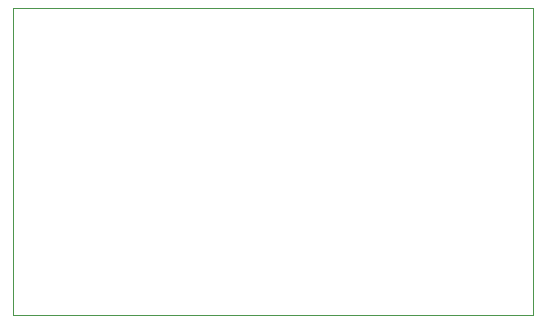
<source format=gbr>
%TF.GenerationSoftware,KiCad,Pcbnew,(5.1.12)-1*%
%TF.CreationDate,2023-08-23T15:32:20+05:30*%
%TF.ProjectId,led2,6c656432-2e6b-4696-9361-645f70636258,rev?*%
%TF.SameCoordinates,Original*%
%TF.FileFunction,Profile,NP*%
%FSLAX46Y46*%
G04 Gerber Fmt 4.6, Leading zero omitted, Abs format (unit mm)*
G04 Created by KiCad (PCBNEW (5.1.12)-1) date 2023-08-23 15:32:20*
%MOMM*%
%LPD*%
G01*
G04 APERTURE LIST*
%TA.AperFunction,Profile*%
%ADD10C,0.050000*%
%TD*%
G04 APERTURE END LIST*
D10*
X120000000Y-68000000D02*
X120000000Y-42000000D01*
X164000000Y-68000000D02*
X120000000Y-68000000D01*
X164000000Y-42000000D02*
X164000000Y-68000000D01*
X163000000Y-42000000D02*
X164000000Y-42000000D01*
X120000000Y-42000000D02*
X163000000Y-42000000D01*
M02*

</source>
